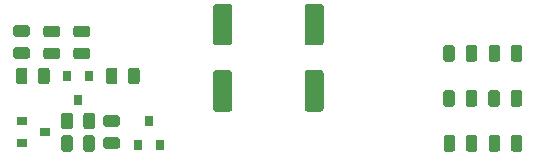
<source format=gtp>
%TF.GenerationSoftware,KiCad,Pcbnew,5.1.5+dfsg1-2build2*%
%TF.CreationDate,2021-11-27T13:08:24+01:00*%
%TF.ProjectId,rpi-han-interface,7270692d-6861-46e2-9d69-6e7465726661,rev?*%
%TF.SameCoordinates,Original*%
%TF.FileFunction,Paste,Top*%
%TF.FilePolarity,Positive*%
%FSLAX46Y46*%
G04 Gerber Fmt 4.6, Leading zero omitted, Abs format (unit mm)*
G04 Created by KiCad (PCBNEW 5.1.5+dfsg1-2build2) date 2021-11-27 13:08:24*
%MOMM*%
%LPD*%
G04 APERTURE LIST*
%ADD10C,0.100000*%
%ADD11R,0.900000X0.800000*%
%ADD12R,0.800000X0.900000*%
G04 APERTURE END LIST*
D10*
G36*
X156784504Y-101871204D02*
G01*
X156808773Y-101874804D01*
X156832571Y-101880765D01*
X156855671Y-101889030D01*
X156877849Y-101899520D01*
X156898893Y-101912133D01*
X156918598Y-101926747D01*
X156936777Y-101943223D01*
X156953253Y-101961402D01*
X156967867Y-101981107D01*
X156980480Y-102002151D01*
X156990970Y-102024329D01*
X156999235Y-102047429D01*
X157005196Y-102071227D01*
X157008796Y-102095496D01*
X157010000Y-102120000D01*
X157010000Y-105120000D01*
X157008796Y-105144504D01*
X157005196Y-105168773D01*
X156999235Y-105192571D01*
X156990970Y-105215671D01*
X156980480Y-105237849D01*
X156967867Y-105258893D01*
X156953253Y-105278598D01*
X156936777Y-105296777D01*
X156918598Y-105313253D01*
X156898893Y-105327867D01*
X156877849Y-105340480D01*
X156855671Y-105350970D01*
X156832571Y-105359235D01*
X156808773Y-105365196D01*
X156784504Y-105368796D01*
X156760000Y-105370000D01*
X155660000Y-105370000D01*
X155635496Y-105368796D01*
X155611227Y-105365196D01*
X155587429Y-105359235D01*
X155564329Y-105350970D01*
X155542151Y-105340480D01*
X155521107Y-105327867D01*
X155501402Y-105313253D01*
X155483223Y-105296777D01*
X155466747Y-105278598D01*
X155452133Y-105258893D01*
X155439520Y-105237849D01*
X155429030Y-105215671D01*
X155420765Y-105192571D01*
X155414804Y-105168773D01*
X155411204Y-105144504D01*
X155410000Y-105120000D01*
X155410000Y-102120000D01*
X155411204Y-102095496D01*
X155414804Y-102071227D01*
X155420765Y-102047429D01*
X155429030Y-102024329D01*
X155439520Y-102002151D01*
X155452133Y-101981107D01*
X155466747Y-101961402D01*
X155483223Y-101943223D01*
X155501402Y-101926747D01*
X155521107Y-101912133D01*
X155542151Y-101899520D01*
X155564329Y-101889030D01*
X155587429Y-101880765D01*
X155611227Y-101874804D01*
X155635496Y-101871204D01*
X155660000Y-101870000D01*
X156760000Y-101870000D01*
X156784504Y-101871204D01*
G37*
G36*
X156784504Y-107471204D02*
G01*
X156808773Y-107474804D01*
X156832571Y-107480765D01*
X156855671Y-107489030D01*
X156877849Y-107499520D01*
X156898893Y-107512133D01*
X156918598Y-107526747D01*
X156936777Y-107543223D01*
X156953253Y-107561402D01*
X156967867Y-107581107D01*
X156980480Y-107602151D01*
X156990970Y-107624329D01*
X156999235Y-107647429D01*
X157005196Y-107671227D01*
X157008796Y-107695496D01*
X157010000Y-107720000D01*
X157010000Y-110720000D01*
X157008796Y-110744504D01*
X157005196Y-110768773D01*
X156999235Y-110792571D01*
X156990970Y-110815671D01*
X156980480Y-110837849D01*
X156967867Y-110858893D01*
X156953253Y-110878598D01*
X156936777Y-110896777D01*
X156918598Y-110913253D01*
X156898893Y-110927867D01*
X156877849Y-110940480D01*
X156855671Y-110950970D01*
X156832571Y-110959235D01*
X156808773Y-110965196D01*
X156784504Y-110968796D01*
X156760000Y-110970000D01*
X155660000Y-110970000D01*
X155635496Y-110968796D01*
X155611227Y-110965196D01*
X155587429Y-110959235D01*
X155564329Y-110950970D01*
X155542151Y-110940480D01*
X155521107Y-110927867D01*
X155501402Y-110913253D01*
X155483223Y-110896777D01*
X155466747Y-110878598D01*
X155452133Y-110858893D01*
X155439520Y-110837849D01*
X155429030Y-110815671D01*
X155420765Y-110792571D01*
X155414804Y-110768773D01*
X155411204Y-110744504D01*
X155410000Y-110720000D01*
X155410000Y-107720000D01*
X155411204Y-107695496D01*
X155414804Y-107671227D01*
X155420765Y-107647429D01*
X155429030Y-107624329D01*
X155439520Y-107602151D01*
X155452133Y-107581107D01*
X155466747Y-107561402D01*
X155483223Y-107543223D01*
X155501402Y-107526747D01*
X155521107Y-107512133D01*
X155542151Y-107499520D01*
X155564329Y-107489030D01*
X155587429Y-107480765D01*
X155611227Y-107474804D01*
X155635496Y-107471204D01*
X155660000Y-107470000D01*
X156760000Y-107470000D01*
X156784504Y-107471204D01*
G37*
G36*
X149037504Y-101871204D02*
G01*
X149061773Y-101874804D01*
X149085571Y-101880765D01*
X149108671Y-101889030D01*
X149130849Y-101899520D01*
X149151893Y-101912133D01*
X149171598Y-101926747D01*
X149189777Y-101943223D01*
X149206253Y-101961402D01*
X149220867Y-101981107D01*
X149233480Y-102002151D01*
X149243970Y-102024329D01*
X149252235Y-102047429D01*
X149258196Y-102071227D01*
X149261796Y-102095496D01*
X149263000Y-102120000D01*
X149263000Y-105120000D01*
X149261796Y-105144504D01*
X149258196Y-105168773D01*
X149252235Y-105192571D01*
X149243970Y-105215671D01*
X149233480Y-105237849D01*
X149220867Y-105258893D01*
X149206253Y-105278598D01*
X149189777Y-105296777D01*
X149171598Y-105313253D01*
X149151893Y-105327867D01*
X149130849Y-105340480D01*
X149108671Y-105350970D01*
X149085571Y-105359235D01*
X149061773Y-105365196D01*
X149037504Y-105368796D01*
X149013000Y-105370000D01*
X147913000Y-105370000D01*
X147888496Y-105368796D01*
X147864227Y-105365196D01*
X147840429Y-105359235D01*
X147817329Y-105350970D01*
X147795151Y-105340480D01*
X147774107Y-105327867D01*
X147754402Y-105313253D01*
X147736223Y-105296777D01*
X147719747Y-105278598D01*
X147705133Y-105258893D01*
X147692520Y-105237849D01*
X147682030Y-105215671D01*
X147673765Y-105192571D01*
X147667804Y-105168773D01*
X147664204Y-105144504D01*
X147663000Y-105120000D01*
X147663000Y-102120000D01*
X147664204Y-102095496D01*
X147667804Y-102071227D01*
X147673765Y-102047429D01*
X147682030Y-102024329D01*
X147692520Y-102002151D01*
X147705133Y-101981107D01*
X147719747Y-101961402D01*
X147736223Y-101943223D01*
X147754402Y-101926747D01*
X147774107Y-101912133D01*
X147795151Y-101899520D01*
X147817329Y-101889030D01*
X147840429Y-101880765D01*
X147864227Y-101874804D01*
X147888496Y-101871204D01*
X147913000Y-101870000D01*
X149013000Y-101870000D01*
X149037504Y-101871204D01*
G37*
G36*
X149037504Y-107471204D02*
G01*
X149061773Y-107474804D01*
X149085571Y-107480765D01*
X149108671Y-107489030D01*
X149130849Y-107499520D01*
X149151893Y-107512133D01*
X149171598Y-107526747D01*
X149189777Y-107543223D01*
X149206253Y-107561402D01*
X149220867Y-107581107D01*
X149233480Y-107602151D01*
X149243970Y-107624329D01*
X149252235Y-107647429D01*
X149258196Y-107671227D01*
X149261796Y-107695496D01*
X149263000Y-107720000D01*
X149263000Y-110720000D01*
X149261796Y-110744504D01*
X149258196Y-110768773D01*
X149252235Y-110792571D01*
X149243970Y-110815671D01*
X149233480Y-110837849D01*
X149220867Y-110858893D01*
X149206253Y-110878598D01*
X149189777Y-110896777D01*
X149171598Y-110913253D01*
X149151893Y-110927867D01*
X149130849Y-110940480D01*
X149108671Y-110950970D01*
X149085571Y-110959235D01*
X149061773Y-110965196D01*
X149037504Y-110968796D01*
X149013000Y-110970000D01*
X147913000Y-110970000D01*
X147888496Y-110968796D01*
X147864227Y-110965196D01*
X147840429Y-110959235D01*
X147817329Y-110950970D01*
X147795151Y-110940480D01*
X147774107Y-110927867D01*
X147754402Y-110913253D01*
X147736223Y-110896777D01*
X147719747Y-110878598D01*
X147705133Y-110858893D01*
X147692520Y-110837849D01*
X147682030Y-110815671D01*
X147673765Y-110792571D01*
X147667804Y-110768773D01*
X147664204Y-110744504D01*
X147663000Y-110720000D01*
X147663000Y-107720000D01*
X147664204Y-107695496D01*
X147667804Y-107671227D01*
X147673765Y-107647429D01*
X147682030Y-107624329D01*
X147692520Y-107602151D01*
X147705133Y-107581107D01*
X147719747Y-107561402D01*
X147736223Y-107543223D01*
X147754402Y-107526747D01*
X147774107Y-107512133D01*
X147795151Y-107499520D01*
X147817329Y-107489030D01*
X147840429Y-107480765D01*
X147864227Y-107474804D01*
X147888496Y-107471204D01*
X147913000Y-107470000D01*
X149013000Y-107470000D01*
X149037504Y-107471204D01*
G37*
G36*
X137005142Y-103683674D02*
G01*
X137028803Y-103687184D01*
X137052007Y-103692996D01*
X137074529Y-103701054D01*
X137096153Y-103711282D01*
X137116670Y-103723579D01*
X137135883Y-103737829D01*
X137153607Y-103753893D01*
X137169671Y-103771617D01*
X137183921Y-103790830D01*
X137196218Y-103811347D01*
X137206446Y-103832971D01*
X137214504Y-103855493D01*
X137220316Y-103878697D01*
X137223826Y-103902358D01*
X137225000Y-103926250D01*
X137225000Y-104413750D01*
X137223826Y-104437642D01*
X137220316Y-104461303D01*
X137214504Y-104484507D01*
X137206446Y-104507029D01*
X137196218Y-104528653D01*
X137183921Y-104549170D01*
X137169671Y-104568383D01*
X137153607Y-104586107D01*
X137135883Y-104602171D01*
X137116670Y-104616421D01*
X137096153Y-104628718D01*
X137074529Y-104638946D01*
X137052007Y-104647004D01*
X137028803Y-104652816D01*
X137005142Y-104656326D01*
X136981250Y-104657500D01*
X136068750Y-104657500D01*
X136044858Y-104656326D01*
X136021197Y-104652816D01*
X135997993Y-104647004D01*
X135975471Y-104638946D01*
X135953847Y-104628718D01*
X135933330Y-104616421D01*
X135914117Y-104602171D01*
X135896393Y-104586107D01*
X135880329Y-104568383D01*
X135866079Y-104549170D01*
X135853782Y-104528653D01*
X135843554Y-104507029D01*
X135835496Y-104484507D01*
X135829684Y-104461303D01*
X135826174Y-104437642D01*
X135825000Y-104413750D01*
X135825000Y-103926250D01*
X135826174Y-103902358D01*
X135829684Y-103878697D01*
X135835496Y-103855493D01*
X135843554Y-103832971D01*
X135853782Y-103811347D01*
X135866079Y-103790830D01*
X135880329Y-103771617D01*
X135896393Y-103753893D01*
X135914117Y-103737829D01*
X135933330Y-103723579D01*
X135953847Y-103711282D01*
X135975471Y-103701054D01*
X135997993Y-103692996D01*
X136021197Y-103687184D01*
X136044858Y-103683674D01*
X136068750Y-103682500D01*
X136981250Y-103682500D01*
X137005142Y-103683674D01*
G37*
G36*
X137005142Y-105558674D02*
G01*
X137028803Y-105562184D01*
X137052007Y-105567996D01*
X137074529Y-105576054D01*
X137096153Y-105586282D01*
X137116670Y-105598579D01*
X137135883Y-105612829D01*
X137153607Y-105628893D01*
X137169671Y-105646617D01*
X137183921Y-105665830D01*
X137196218Y-105686347D01*
X137206446Y-105707971D01*
X137214504Y-105730493D01*
X137220316Y-105753697D01*
X137223826Y-105777358D01*
X137225000Y-105801250D01*
X137225000Y-106288750D01*
X137223826Y-106312642D01*
X137220316Y-106336303D01*
X137214504Y-106359507D01*
X137206446Y-106382029D01*
X137196218Y-106403653D01*
X137183921Y-106424170D01*
X137169671Y-106443383D01*
X137153607Y-106461107D01*
X137135883Y-106477171D01*
X137116670Y-106491421D01*
X137096153Y-106503718D01*
X137074529Y-106513946D01*
X137052007Y-106522004D01*
X137028803Y-106527816D01*
X137005142Y-106531326D01*
X136981250Y-106532500D01*
X136068750Y-106532500D01*
X136044858Y-106531326D01*
X136021197Y-106527816D01*
X135997993Y-106522004D01*
X135975471Y-106513946D01*
X135953847Y-106503718D01*
X135933330Y-106491421D01*
X135914117Y-106477171D01*
X135896393Y-106461107D01*
X135880329Y-106443383D01*
X135866079Y-106424170D01*
X135853782Y-106403653D01*
X135843554Y-106382029D01*
X135835496Y-106359507D01*
X135829684Y-106336303D01*
X135826174Y-106312642D01*
X135825000Y-106288750D01*
X135825000Y-105801250D01*
X135826174Y-105777358D01*
X135829684Y-105753697D01*
X135835496Y-105730493D01*
X135843554Y-105707971D01*
X135853782Y-105686347D01*
X135866079Y-105665830D01*
X135880329Y-105646617D01*
X135896393Y-105628893D01*
X135914117Y-105612829D01*
X135933330Y-105598579D01*
X135953847Y-105586282D01*
X135975471Y-105576054D01*
X135997993Y-105567996D01*
X136021197Y-105562184D01*
X136044858Y-105558674D01*
X136068750Y-105557500D01*
X136981250Y-105557500D01*
X137005142Y-105558674D01*
G37*
G36*
X131925142Y-105528674D02*
G01*
X131948803Y-105532184D01*
X131972007Y-105537996D01*
X131994529Y-105546054D01*
X132016153Y-105556282D01*
X132036670Y-105568579D01*
X132055883Y-105582829D01*
X132073607Y-105598893D01*
X132089671Y-105616617D01*
X132103921Y-105635830D01*
X132116218Y-105656347D01*
X132126446Y-105677971D01*
X132134504Y-105700493D01*
X132140316Y-105723697D01*
X132143826Y-105747358D01*
X132145000Y-105771250D01*
X132145000Y-106258750D01*
X132143826Y-106282642D01*
X132140316Y-106306303D01*
X132134504Y-106329507D01*
X132126446Y-106352029D01*
X132116218Y-106373653D01*
X132103921Y-106394170D01*
X132089671Y-106413383D01*
X132073607Y-106431107D01*
X132055883Y-106447171D01*
X132036670Y-106461421D01*
X132016153Y-106473718D01*
X131994529Y-106483946D01*
X131972007Y-106492004D01*
X131948803Y-106497816D01*
X131925142Y-106501326D01*
X131901250Y-106502500D01*
X130988750Y-106502500D01*
X130964858Y-106501326D01*
X130941197Y-106497816D01*
X130917993Y-106492004D01*
X130895471Y-106483946D01*
X130873847Y-106473718D01*
X130853330Y-106461421D01*
X130834117Y-106447171D01*
X130816393Y-106431107D01*
X130800329Y-106413383D01*
X130786079Y-106394170D01*
X130773782Y-106373653D01*
X130763554Y-106352029D01*
X130755496Y-106329507D01*
X130749684Y-106306303D01*
X130746174Y-106282642D01*
X130745000Y-106258750D01*
X130745000Y-105771250D01*
X130746174Y-105747358D01*
X130749684Y-105723697D01*
X130755496Y-105700493D01*
X130763554Y-105677971D01*
X130773782Y-105656347D01*
X130786079Y-105635830D01*
X130800329Y-105616617D01*
X130816393Y-105598893D01*
X130834117Y-105582829D01*
X130853330Y-105568579D01*
X130873847Y-105556282D01*
X130895471Y-105546054D01*
X130917993Y-105537996D01*
X130941197Y-105532184D01*
X130964858Y-105528674D01*
X130988750Y-105527500D01*
X131901250Y-105527500D01*
X131925142Y-105528674D01*
G37*
G36*
X131925142Y-103653674D02*
G01*
X131948803Y-103657184D01*
X131972007Y-103662996D01*
X131994529Y-103671054D01*
X132016153Y-103681282D01*
X132036670Y-103693579D01*
X132055883Y-103707829D01*
X132073607Y-103723893D01*
X132089671Y-103741617D01*
X132103921Y-103760830D01*
X132116218Y-103781347D01*
X132126446Y-103802971D01*
X132134504Y-103825493D01*
X132140316Y-103848697D01*
X132143826Y-103872358D01*
X132145000Y-103896250D01*
X132145000Y-104383750D01*
X132143826Y-104407642D01*
X132140316Y-104431303D01*
X132134504Y-104454507D01*
X132126446Y-104477029D01*
X132116218Y-104498653D01*
X132103921Y-104519170D01*
X132089671Y-104538383D01*
X132073607Y-104556107D01*
X132055883Y-104572171D01*
X132036670Y-104586421D01*
X132016153Y-104598718D01*
X131994529Y-104608946D01*
X131972007Y-104617004D01*
X131948803Y-104622816D01*
X131925142Y-104626326D01*
X131901250Y-104627500D01*
X130988750Y-104627500D01*
X130964858Y-104626326D01*
X130941197Y-104622816D01*
X130917993Y-104617004D01*
X130895471Y-104608946D01*
X130873847Y-104598718D01*
X130853330Y-104586421D01*
X130834117Y-104572171D01*
X130816393Y-104556107D01*
X130800329Y-104538383D01*
X130786079Y-104519170D01*
X130773782Y-104498653D01*
X130763554Y-104477029D01*
X130755496Y-104454507D01*
X130749684Y-104431303D01*
X130746174Y-104407642D01*
X130745000Y-104383750D01*
X130745000Y-103896250D01*
X130746174Y-103872358D01*
X130749684Y-103848697D01*
X130755496Y-103825493D01*
X130763554Y-103802971D01*
X130773782Y-103781347D01*
X130786079Y-103760830D01*
X130800329Y-103741617D01*
X130816393Y-103723893D01*
X130834117Y-103707829D01*
X130853330Y-103693579D01*
X130873847Y-103681282D01*
X130895471Y-103671054D01*
X130917993Y-103662996D01*
X130941197Y-103657184D01*
X130964858Y-103653674D01*
X130988750Y-103652500D01*
X131901250Y-103652500D01*
X131925142Y-103653674D01*
G37*
G36*
X173592642Y-109156174D02*
G01*
X173616303Y-109159684D01*
X173639507Y-109165496D01*
X173662029Y-109173554D01*
X173683653Y-109183782D01*
X173704170Y-109196079D01*
X173723383Y-109210329D01*
X173741107Y-109226393D01*
X173757171Y-109244117D01*
X173771421Y-109263330D01*
X173783718Y-109283847D01*
X173793946Y-109305471D01*
X173802004Y-109327993D01*
X173807816Y-109351197D01*
X173811326Y-109374858D01*
X173812500Y-109398750D01*
X173812500Y-110311250D01*
X173811326Y-110335142D01*
X173807816Y-110358803D01*
X173802004Y-110382007D01*
X173793946Y-110404529D01*
X173783718Y-110426153D01*
X173771421Y-110446670D01*
X173757171Y-110465883D01*
X173741107Y-110483607D01*
X173723383Y-110499671D01*
X173704170Y-110513921D01*
X173683653Y-110526218D01*
X173662029Y-110536446D01*
X173639507Y-110544504D01*
X173616303Y-110550316D01*
X173592642Y-110553826D01*
X173568750Y-110555000D01*
X173081250Y-110555000D01*
X173057358Y-110553826D01*
X173033697Y-110550316D01*
X173010493Y-110544504D01*
X172987971Y-110536446D01*
X172966347Y-110526218D01*
X172945830Y-110513921D01*
X172926617Y-110499671D01*
X172908893Y-110483607D01*
X172892829Y-110465883D01*
X172878579Y-110446670D01*
X172866282Y-110426153D01*
X172856054Y-110404529D01*
X172847996Y-110382007D01*
X172842184Y-110358803D01*
X172838674Y-110335142D01*
X172837500Y-110311250D01*
X172837500Y-109398750D01*
X172838674Y-109374858D01*
X172842184Y-109351197D01*
X172847996Y-109327993D01*
X172856054Y-109305471D01*
X172866282Y-109283847D01*
X172878579Y-109263330D01*
X172892829Y-109244117D01*
X172908893Y-109226393D01*
X172926617Y-109210329D01*
X172945830Y-109196079D01*
X172966347Y-109183782D01*
X172987971Y-109173554D01*
X173010493Y-109165496D01*
X173033697Y-109159684D01*
X173057358Y-109156174D01*
X173081250Y-109155000D01*
X173568750Y-109155000D01*
X173592642Y-109156174D01*
G37*
G36*
X171717642Y-109156174D02*
G01*
X171741303Y-109159684D01*
X171764507Y-109165496D01*
X171787029Y-109173554D01*
X171808653Y-109183782D01*
X171829170Y-109196079D01*
X171848383Y-109210329D01*
X171866107Y-109226393D01*
X171882171Y-109244117D01*
X171896421Y-109263330D01*
X171908718Y-109283847D01*
X171918946Y-109305471D01*
X171927004Y-109327993D01*
X171932816Y-109351197D01*
X171936326Y-109374858D01*
X171937500Y-109398750D01*
X171937500Y-110311250D01*
X171936326Y-110335142D01*
X171932816Y-110358803D01*
X171927004Y-110382007D01*
X171918946Y-110404529D01*
X171908718Y-110426153D01*
X171896421Y-110446670D01*
X171882171Y-110465883D01*
X171866107Y-110483607D01*
X171848383Y-110499671D01*
X171829170Y-110513921D01*
X171808653Y-110526218D01*
X171787029Y-110536446D01*
X171764507Y-110544504D01*
X171741303Y-110550316D01*
X171717642Y-110553826D01*
X171693750Y-110555000D01*
X171206250Y-110555000D01*
X171182358Y-110553826D01*
X171158697Y-110550316D01*
X171135493Y-110544504D01*
X171112971Y-110536446D01*
X171091347Y-110526218D01*
X171070830Y-110513921D01*
X171051617Y-110499671D01*
X171033893Y-110483607D01*
X171017829Y-110465883D01*
X171003579Y-110446670D01*
X170991282Y-110426153D01*
X170981054Y-110404529D01*
X170972996Y-110382007D01*
X170967184Y-110358803D01*
X170963674Y-110335142D01*
X170962500Y-110311250D01*
X170962500Y-109398750D01*
X170963674Y-109374858D01*
X170967184Y-109351197D01*
X170972996Y-109327993D01*
X170981054Y-109305471D01*
X170991282Y-109283847D01*
X171003579Y-109263330D01*
X171017829Y-109244117D01*
X171033893Y-109226393D01*
X171051617Y-109210329D01*
X171070830Y-109196079D01*
X171091347Y-109183782D01*
X171112971Y-109173554D01*
X171135493Y-109165496D01*
X171158697Y-109159684D01*
X171182358Y-109156174D01*
X171206250Y-109155000D01*
X171693750Y-109155000D01*
X171717642Y-109156174D01*
G37*
G36*
X134465142Y-103683674D02*
G01*
X134488803Y-103687184D01*
X134512007Y-103692996D01*
X134534529Y-103701054D01*
X134556153Y-103711282D01*
X134576670Y-103723579D01*
X134595883Y-103737829D01*
X134613607Y-103753893D01*
X134629671Y-103771617D01*
X134643921Y-103790830D01*
X134656218Y-103811347D01*
X134666446Y-103832971D01*
X134674504Y-103855493D01*
X134680316Y-103878697D01*
X134683826Y-103902358D01*
X134685000Y-103926250D01*
X134685000Y-104413750D01*
X134683826Y-104437642D01*
X134680316Y-104461303D01*
X134674504Y-104484507D01*
X134666446Y-104507029D01*
X134656218Y-104528653D01*
X134643921Y-104549170D01*
X134629671Y-104568383D01*
X134613607Y-104586107D01*
X134595883Y-104602171D01*
X134576670Y-104616421D01*
X134556153Y-104628718D01*
X134534529Y-104638946D01*
X134512007Y-104647004D01*
X134488803Y-104652816D01*
X134465142Y-104656326D01*
X134441250Y-104657500D01*
X133528750Y-104657500D01*
X133504858Y-104656326D01*
X133481197Y-104652816D01*
X133457993Y-104647004D01*
X133435471Y-104638946D01*
X133413847Y-104628718D01*
X133393330Y-104616421D01*
X133374117Y-104602171D01*
X133356393Y-104586107D01*
X133340329Y-104568383D01*
X133326079Y-104549170D01*
X133313782Y-104528653D01*
X133303554Y-104507029D01*
X133295496Y-104484507D01*
X133289684Y-104461303D01*
X133286174Y-104437642D01*
X133285000Y-104413750D01*
X133285000Y-103926250D01*
X133286174Y-103902358D01*
X133289684Y-103878697D01*
X133295496Y-103855493D01*
X133303554Y-103832971D01*
X133313782Y-103811347D01*
X133326079Y-103790830D01*
X133340329Y-103771617D01*
X133356393Y-103753893D01*
X133374117Y-103737829D01*
X133393330Y-103723579D01*
X133413847Y-103711282D01*
X133435471Y-103701054D01*
X133457993Y-103692996D01*
X133481197Y-103687184D01*
X133504858Y-103683674D01*
X133528750Y-103682500D01*
X134441250Y-103682500D01*
X134465142Y-103683674D01*
G37*
G36*
X134465142Y-105558674D02*
G01*
X134488803Y-105562184D01*
X134512007Y-105567996D01*
X134534529Y-105576054D01*
X134556153Y-105586282D01*
X134576670Y-105598579D01*
X134595883Y-105612829D01*
X134613607Y-105628893D01*
X134629671Y-105646617D01*
X134643921Y-105665830D01*
X134656218Y-105686347D01*
X134666446Y-105707971D01*
X134674504Y-105730493D01*
X134680316Y-105753697D01*
X134683826Y-105777358D01*
X134685000Y-105801250D01*
X134685000Y-106288750D01*
X134683826Y-106312642D01*
X134680316Y-106336303D01*
X134674504Y-106359507D01*
X134666446Y-106382029D01*
X134656218Y-106403653D01*
X134643921Y-106424170D01*
X134629671Y-106443383D01*
X134613607Y-106461107D01*
X134595883Y-106477171D01*
X134576670Y-106491421D01*
X134556153Y-106503718D01*
X134534529Y-106513946D01*
X134512007Y-106522004D01*
X134488803Y-106527816D01*
X134465142Y-106531326D01*
X134441250Y-106532500D01*
X133528750Y-106532500D01*
X133504858Y-106531326D01*
X133481197Y-106527816D01*
X133457993Y-106522004D01*
X133435471Y-106513946D01*
X133413847Y-106503718D01*
X133393330Y-106491421D01*
X133374117Y-106477171D01*
X133356393Y-106461107D01*
X133340329Y-106443383D01*
X133326079Y-106424170D01*
X133313782Y-106403653D01*
X133303554Y-106382029D01*
X133295496Y-106359507D01*
X133289684Y-106336303D01*
X133286174Y-106312642D01*
X133285000Y-106288750D01*
X133285000Y-105801250D01*
X133286174Y-105777358D01*
X133289684Y-105753697D01*
X133295496Y-105730493D01*
X133303554Y-105707971D01*
X133313782Y-105686347D01*
X133326079Y-105665830D01*
X133340329Y-105646617D01*
X133356393Y-105628893D01*
X133374117Y-105612829D01*
X133393330Y-105598579D01*
X133413847Y-105586282D01*
X133435471Y-105576054D01*
X133457993Y-105567996D01*
X133481197Y-105562184D01*
X133504858Y-105558674D01*
X133528750Y-105557500D01*
X134441250Y-105557500D01*
X134465142Y-105558674D01*
G37*
D11*
X131445000Y-111760000D03*
X131445000Y-113660000D03*
X133445000Y-112710000D03*
D12*
X136205000Y-109950000D03*
X135255000Y-107950000D03*
X137155000Y-107950000D03*
D10*
G36*
X135552642Y-112966174D02*
G01*
X135576303Y-112969684D01*
X135599507Y-112975496D01*
X135622029Y-112983554D01*
X135643653Y-112993782D01*
X135664170Y-113006079D01*
X135683383Y-113020329D01*
X135701107Y-113036393D01*
X135717171Y-113054117D01*
X135731421Y-113073330D01*
X135743718Y-113093847D01*
X135753946Y-113115471D01*
X135762004Y-113137993D01*
X135767816Y-113161197D01*
X135771326Y-113184858D01*
X135772500Y-113208750D01*
X135772500Y-114121250D01*
X135771326Y-114145142D01*
X135767816Y-114168803D01*
X135762004Y-114192007D01*
X135753946Y-114214529D01*
X135743718Y-114236153D01*
X135731421Y-114256670D01*
X135717171Y-114275883D01*
X135701107Y-114293607D01*
X135683383Y-114309671D01*
X135664170Y-114323921D01*
X135643653Y-114336218D01*
X135622029Y-114346446D01*
X135599507Y-114354504D01*
X135576303Y-114360316D01*
X135552642Y-114363826D01*
X135528750Y-114365000D01*
X135041250Y-114365000D01*
X135017358Y-114363826D01*
X134993697Y-114360316D01*
X134970493Y-114354504D01*
X134947971Y-114346446D01*
X134926347Y-114336218D01*
X134905830Y-114323921D01*
X134886617Y-114309671D01*
X134868893Y-114293607D01*
X134852829Y-114275883D01*
X134838579Y-114256670D01*
X134826282Y-114236153D01*
X134816054Y-114214529D01*
X134807996Y-114192007D01*
X134802184Y-114168803D01*
X134798674Y-114145142D01*
X134797500Y-114121250D01*
X134797500Y-113208750D01*
X134798674Y-113184858D01*
X134802184Y-113161197D01*
X134807996Y-113137993D01*
X134816054Y-113115471D01*
X134826282Y-113093847D01*
X134838579Y-113073330D01*
X134852829Y-113054117D01*
X134868893Y-113036393D01*
X134886617Y-113020329D01*
X134905830Y-113006079D01*
X134926347Y-112993782D01*
X134947971Y-112983554D01*
X134970493Y-112975496D01*
X134993697Y-112969684D01*
X135017358Y-112966174D01*
X135041250Y-112965000D01*
X135528750Y-112965000D01*
X135552642Y-112966174D01*
G37*
G36*
X137427642Y-112966174D02*
G01*
X137451303Y-112969684D01*
X137474507Y-112975496D01*
X137497029Y-112983554D01*
X137518653Y-112993782D01*
X137539170Y-113006079D01*
X137558383Y-113020329D01*
X137576107Y-113036393D01*
X137592171Y-113054117D01*
X137606421Y-113073330D01*
X137618718Y-113093847D01*
X137628946Y-113115471D01*
X137637004Y-113137993D01*
X137642816Y-113161197D01*
X137646326Y-113184858D01*
X137647500Y-113208750D01*
X137647500Y-114121250D01*
X137646326Y-114145142D01*
X137642816Y-114168803D01*
X137637004Y-114192007D01*
X137628946Y-114214529D01*
X137618718Y-114236153D01*
X137606421Y-114256670D01*
X137592171Y-114275883D01*
X137576107Y-114293607D01*
X137558383Y-114309671D01*
X137539170Y-114323921D01*
X137518653Y-114336218D01*
X137497029Y-114346446D01*
X137474507Y-114354504D01*
X137451303Y-114360316D01*
X137427642Y-114363826D01*
X137403750Y-114365000D01*
X136916250Y-114365000D01*
X136892358Y-114363826D01*
X136868697Y-114360316D01*
X136845493Y-114354504D01*
X136822971Y-114346446D01*
X136801347Y-114336218D01*
X136780830Y-114323921D01*
X136761617Y-114309671D01*
X136743893Y-114293607D01*
X136727829Y-114275883D01*
X136713579Y-114256670D01*
X136701282Y-114236153D01*
X136691054Y-114214529D01*
X136682996Y-114192007D01*
X136677184Y-114168803D01*
X136673674Y-114145142D01*
X136672500Y-114121250D01*
X136672500Y-113208750D01*
X136673674Y-113184858D01*
X136677184Y-113161197D01*
X136682996Y-113137993D01*
X136691054Y-113115471D01*
X136701282Y-113093847D01*
X136713579Y-113073330D01*
X136727829Y-113054117D01*
X136743893Y-113036393D01*
X136761617Y-113020329D01*
X136780830Y-113006079D01*
X136801347Y-112993782D01*
X136822971Y-112983554D01*
X136845493Y-112975496D01*
X136868697Y-112969684D01*
X136892358Y-112966174D01*
X136916250Y-112965000D01*
X137403750Y-112965000D01*
X137427642Y-112966174D01*
G37*
G36*
X139332642Y-107251174D02*
G01*
X139356303Y-107254684D01*
X139379507Y-107260496D01*
X139402029Y-107268554D01*
X139423653Y-107278782D01*
X139444170Y-107291079D01*
X139463383Y-107305329D01*
X139481107Y-107321393D01*
X139497171Y-107339117D01*
X139511421Y-107358330D01*
X139523718Y-107378847D01*
X139533946Y-107400471D01*
X139542004Y-107422993D01*
X139547816Y-107446197D01*
X139551326Y-107469858D01*
X139552500Y-107493750D01*
X139552500Y-108406250D01*
X139551326Y-108430142D01*
X139547816Y-108453803D01*
X139542004Y-108477007D01*
X139533946Y-108499529D01*
X139523718Y-108521153D01*
X139511421Y-108541670D01*
X139497171Y-108560883D01*
X139481107Y-108578607D01*
X139463383Y-108594671D01*
X139444170Y-108608921D01*
X139423653Y-108621218D01*
X139402029Y-108631446D01*
X139379507Y-108639504D01*
X139356303Y-108645316D01*
X139332642Y-108648826D01*
X139308750Y-108650000D01*
X138821250Y-108650000D01*
X138797358Y-108648826D01*
X138773697Y-108645316D01*
X138750493Y-108639504D01*
X138727971Y-108631446D01*
X138706347Y-108621218D01*
X138685830Y-108608921D01*
X138666617Y-108594671D01*
X138648893Y-108578607D01*
X138632829Y-108560883D01*
X138618579Y-108541670D01*
X138606282Y-108521153D01*
X138596054Y-108499529D01*
X138587996Y-108477007D01*
X138582184Y-108453803D01*
X138578674Y-108430142D01*
X138577500Y-108406250D01*
X138577500Y-107493750D01*
X138578674Y-107469858D01*
X138582184Y-107446197D01*
X138587996Y-107422993D01*
X138596054Y-107400471D01*
X138606282Y-107378847D01*
X138618579Y-107358330D01*
X138632829Y-107339117D01*
X138648893Y-107321393D01*
X138666617Y-107305329D01*
X138685830Y-107291079D01*
X138706347Y-107278782D01*
X138727971Y-107268554D01*
X138750493Y-107260496D01*
X138773697Y-107254684D01*
X138797358Y-107251174D01*
X138821250Y-107250000D01*
X139308750Y-107250000D01*
X139332642Y-107251174D01*
G37*
G36*
X141207642Y-107251174D02*
G01*
X141231303Y-107254684D01*
X141254507Y-107260496D01*
X141277029Y-107268554D01*
X141298653Y-107278782D01*
X141319170Y-107291079D01*
X141338383Y-107305329D01*
X141356107Y-107321393D01*
X141372171Y-107339117D01*
X141386421Y-107358330D01*
X141398718Y-107378847D01*
X141408946Y-107400471D01*
X141417004Y-107422993D01*
X141422816Y-107446197D01*
X141426326Y-107469858D01*
X141427500Y-107493750D01*
X141427500Y-108406250D01*
X141426326Y-108430142D01*
X141422816Y-108453803D01*
X141417004Y-108477007D01*
X141408946Y-108499529D01*
X141398718Y-108521153D01*
X141386421Y-108541670D01*
X141372171Y-108560883D01*
X141356107Y-108578607D01*
X141338383Y-108594671D01*
X141319170Y-108608921D01*
X141298653Y-108621218D01*
X141277029Y-108631446D01*
X141254507Y-108639504D01*
X141231303Y-108645316D01*
X141207642Y-108648826D01*
X141183750Y-108650000D01*
X140696250Y-108650000D01*
X140672358Y-108648826D01*
X140648697Y-108645316D01*
X140625493Y-108639504D01*
X140602971Y-108631446D01*
X140581347Y-108621218D01*
X140560830Y-108608921D01*
X140541617Y-108594671D01*
X140523893Y-108578607D01*
X140507829Y-108560883D01*
X140493579Y-108541670D01*
X140481282Y-108521153D01*
X140471054Y-108499529D01*
X140462996Y-108477007D01*
X140457184Y-108453803D01*
X140453674Y-108430142D01*
X140452500Y-108406250D01*
X140452500Y-107493750D01*
X140453674Y-107469858D01*
X140457184Y-107446197D01*
X140462996Y-107422993D01*
X140471054Y-107400471D01*
X140481282Y-107378847D01*
X140493579Y-107358330D01*
X140507829Y-107339117D01*
X140523893Y-107321393D01*
X140541617Y-107305329D01*
X140560830Y-107291079D01*
X140581347Y-107278782D01*
X140602971Y-107268554D01*
X140625493Y-107260496D01*
X140648697Y-107254684D01*
X140672358Y-107251174D01*
X140696250Y-107250000D01*
X141183750Y-107250000D01*
X141207642Y-107251174D01*
G37*
G36*
X137427642Y-111061174D02*
G01*
X137451303Y-111064684D01*
X137474507Y-111070496D01*
X137497029Y-111078554D01*
X137518653Y-111088782D01*
X137539170Y-111101079D01*
X137558383Y-111115329D01*
X137576107Y-111131393D01*
X137592171Y-111149117D01*
X137606421Y-111168330D01*
X137618718Y-111188847D01*
X137628946Y-111210471D01*
X137637004Y-111232993D01*
X137642816Y-111256197D01*
X137646326Y-111279858D01*
X137647500Y-111303750D01*
X137647500Y-112216250D01*
X137646326Y-112240142D01*
X137642816Y-112263803D01*
X137637004Y-112287007D01*
X137628946Y-112309529D01*
X137618718Y-112331153D01*
X137606421Y-112351670D01*
X137592171Y-112370883D01*
X137576107Y-112388607D01*
X137558383Y-112404671D01*
X137539170Y-112418921D01*
X137518653Y-112431218D01*
X137497029Y-112441446D01*
X137474507Y-112449504D01*
X137451303Y-112455316D01*
X137427642Y-112458826D01*
X137403750Y-112460000D01*
X136916250Y-112460000D01*
X136892358Y-112458826D01*
X136868697Y-112455316D01*
X136845493Y-112449504D01*
X136822971Y-112441446D01*
X136801347Y-112431218D01*
X136780830Y-112418921D01*
X136761617Y-112404671D01*
X136743893Y-112388607D01*
X136727829Y-112370883D01*
X136713579Y-112351670D01*
X136701282Y-112331153D01*
X136691054Y-112309529D01*
X136682996Y-112287007D01*
X136677184Y-112263803D01*
X136673674Y-112240142D01*
X136672500Y-112216250D01*
X136672500Y-111303750D01*
X136673674Y-111279858D01*
X136677184Y-111256197D01*
X136682996Y-111232993D01*
X136691054Y-111210471D01*
X136701282Y-111188847D01*
X136713579Y-111168330D01*
X136727829Y-111149117D01*
X136743893Y-111131393D01*
X136761617Y-111115329D01*
X136780830Y-111101079D01*
X136801347Y-111088782D01*
X136822971Y-111078554D01*
X136845493Y-111070496D01*
X136868697Y-111064684D01*
X136892358Y-111061174D01*
X136916250Y-111060000D01*
X137403750Y-111060000D01*
X137427642Y-111061174D01*
G37*
G36*
X135552642Y-111061174D02*
G01*
X135576303Y-111064684D01*
X135599507Y-111070496D01*
X135622029Y-111078554D01*
X135643653Y-111088782D01*
X135664170Y-111101079D01*
X135683383Y-111115329D01*
X135701107Y-111131393D01*
X135717171Y-111149117D01*
X135731421Y-111168330D01*
X135743718Y-111188847D01*
X135753946Y-111210471D01*
X135762004Y-111232993D01*
X135767816Y-111256197D01*
X135771326Y-111279858D01*
X135772500Y-111303750D01*
X135772500Y-112216250D01*
X135771326Y-112240142D01*
X135767816Y-112263803D01*
X135762004Y-112287007D01*
X135753946Y-112309529D01*
X135743718Y-112331153D01*
X135731421Y-112351670D01*
X135717171Y-112370883D01*
X135701107Y-112388607D01*
X135683383Y-112404671D01*
X135664170Y-112418921D01*
X135643653Y-112431218D01*
X135622029Y-112441446D01*
X135599507Y-112449504D01*
X135576303Y-112455316D01*
X135552642Y-112458826D01*
X135528750Y-112460000D01*
X135041250Y-112460000D01*
X135017358Y-112458826D01*
X134993697Y-112455316D01*
X134970493Y-112449504D01*
X134947971Y-112441446D01*
X134926347Y-112431218D01*
X134905830Y-112418921D01*
X134886617Y-112404671D01*
X134868893Y-112388607D01*
X134852829Y-112370883D01*
X134838579Y-112351670D01*
X134826282Y-112331153D01*
X134816054Y-112309529D01*
X134807996Y-112287007D01*
X134802184Y-112263803D01*
X134798674Y-112240142D01*
X134797500Y-112216250D01*
X134797500Y-111303750D01*
X134798674Y-111279858D01*
X134802184Y-111256197D01*
X134807996Y-111232993D01*
X134816054Y-111210471D01*
X134826282Y-111188847D01*
X134838579Y-111168330D01*
X134852829Y-111149117D01*
X134868893Y-111131393D01*
X134886617Y-111115329D01*
X134905830Y-111101079D01*
X134926347Y-111088782D01*
X134947971Y-111078554D01*
X134970493Y-111070496D01*
X134993697Y-111064684D01*
X135017358Y-111061174D01*
X135041250Y-111060000D01*
X135528750Y-111060000D01*
X135552642Y-111061174D01*
G37*
G36*
X167907642Y-109156174D02*
G01*
X167931303Y-109159684D01*
X167954507Y-109165496D01*
X167977029Y-109173554D01*
X167998653Y-109183782D01*
X168019170Y-109196079D01*
X168038383Y-109210329D01*
X168056107Y-109226393D01*
X168072171Y-109244117D01*
X168086421Y-109263330D01*
X168098718Y-109283847D01*
X168108946Y-109305471D01*
X168117004Y-109327993D01*
X168122816Y-109351197D01*
X168126326Y-109374858D01*
X168127500Y-109398750D01*
X168127500Y-110311250D01*
X168126326Y-110335142D01*
X168122816Y-110358803D01*
X168117004Y-110382007D01*
X168108946Y-110404529D01*
X168098718Y-110426153D01*
X168086421Y-110446670D01*
X168072171Y-110465883D01*
X168056107Y-110483607D01*
X168038383Y-110499671D01*
X168019170Y-110513921D01*
X167998653Y-110526218D01*
X167977029Y-110536446D01*
X167954507Y-110544504D01*
X167931303Y-110550316D01*
X167907642Y-110553826D01*
X167883750Y-110555000D01*
X167396250Y-110555000D01*
X167372358Y-110553826D01*
X167348697Y-110550316D01*
X167325493Y-110544504D01*
X167302971Y-110536446D01*
X167281347Y-110526218D01*
X167260830Y-110513921D01*
X167241617Y-110499671D01*
X167223893Y-110483607D01*
X167207829Y-110465883D01*
X167193579Y-110446670D01*
X167181282Y-110426153D01*
X167171054Y-110404529D01*
X167162996Y-110382007D01*
X167157184Y-110358803D01*
X167153674Y-110335142D01*
X167152500Y-110311250D01*
X167152500Y-109398750D01*
X167153674Y-109374858D01*
X167157184Y-109351197D01*
X167162996Y-109327993D01*
X167171054Y-109305471D01*
X167181282Y-109283847D01*
X167193579Y-109263330D01*
X167207829Y-109244117D01*
X167223893Y-109226393D01*
X167241617Y-109210329D01*
X167260830Y-109196079D01*
X167281347Y-109183782D01*
X167302971Y-109173554D01*
X167325493Y-109165496D01*
X167348697Y-109159684D01*
X167372358Y-109156174D01*
X167396250Y-109155000D01*
X167883750Y-109155000D01*
X167907642Y-109156174D01*
G37*
G36*
X169782642Y-109156174D02*
G01*
X169806303Y-109159684D01*
X169829507Y-109165496D01*
X169852029Y-109173554D01*
X169873653Y-109183782D01*
X169894170Y-109196079D01*
X169913383Y-109210329D01*
X169931107Y-109226393D01*
X169947171Y-109244117D01*
X169961421Y-109263330D01*
X169973718Y-109283847D01*
X169983946Y-109305471D01*
X169992004Y-109327993D01*
X169997816Y-109351197D01*
X170001326Y-109374858D01*
X170002500Y-109398750D01*
X170002500Y-110311250D01*
X170001326Y-110335142D01*
X169997816Y-110358803D01*
X169992004Y-110382007D01*
X169983946Y-110404529D01*
X169973718Y-110426153D01*
X169961421Y-110446670D01*
X169947171Y-110465883D01*
X169931107Y-110483607D01*
X169913383Y-110499671D01*
X169894170Y-110513921D01*
X169873653Y-110526218D01*
X169852029Y-110536446D01*
X169829507Y-110544504D01*
X169806303Y-110550316D01*
X169782642Y-110553826D01*
X169758750Y-110555000D01*
X169271250Y-110555000D01*
X169247358Y-110553826D01*
X169223697Y-110550316D01*
X169200493Y-110544504D01*
X169177971Y-110536446D01*
X169156347Y-110526218D01*
X169135830Y-110513921D01*
X169116617Y-110499671D01*
X169098893Y-110483607D01*
X169082829Y-110465883D01*
X169068579Y-110446670D01*
X169056282Y-110426153D01*
X169046054Y-110404529D01*
X169037996Y-110382007D01*
X169032184Y-110358803D01*
X169028674Y-110335142D01*
X169027500Y-110311250D01*
X169027500Y-109398750D01*
X169028674Y-109374858D01*
X169032184Y-109351197D01*
X169037996Y-109327993D01*
X169046054Y-109305471D01*
X169056282Y-109283847D01*
X169068579Y-109263330D01*
X169082829Y-109244117D01*
X169098893Y-109226393D01*
X169116617Y-109210329D01*
X169135830Y-109196079D01*
X169156347Y-109183782D01*
X169177971Y-109173554D01*
X169200493Y-109165496D01*
X169223697Y-109159684D01*
X169247358Y-109156174D01*
X169271250Y-109155000D01*
X169758750Y-109155000D01*
X169782642Y-109156174D01*
G37*
G36*
X131712642Y-107251174D02*
G01*
X131736303Y-107254684D01*
X131759507Y-107260496D01*
X131782029Y-107268554D01*
X131803653Y-107278782D01*
X131824170Y-107291079D01*
X131843383Y-107305329D01*
X131861107Y-107321393D01*
X131877171Y-107339117D01*
X131891421Y-107358330D01*
X131903718Y-107378847D01*
X131913946Y-107400471D01*
X131922004Y-107422993D01*
X131927816Y-107446197D01*
X131931326Y-107469858D01*
X131932500Y-107493750D01*
X131932500Y-108406250D01*
X131931326Y-108430142D01*
X131927816Y-108453803D01*
X131922004Y-108477007D01*
X131913946Y-108499529D01*
X131903718Y-108521153D01*
X131891421Y-108541670D01*
X131877171Y-108560883D01*
X131861107Y-108578607D01*
X131843383Y-108594671D01*
X131824170Y-108608921D01*
X131803653Y-108621218D01*
X131782029Y-108631446D01*
X131759507Y-108639504D01*
X131736303Y-108645316D01*
X131712642Y-108648826D01*
X131688750Y-108650000D01*
X131201250Y-108650000D01*
X131177358Y-108648826D01*
X131153697Y-108645316D01*
X131130493Y-108639504D01*
X131107971Y-108631446D01*
X131086347Y-108621218D01*
X131065830Y-108608921D01*
X131046617Y-108594671D01*
X131028893Y-108578607D01*
X131012829Y-108560883D01*
X130998579Y-108541670D01*
X130986282Y-108521153D01*
X130976054Y-108499529D01*
X130967996Y-108477007D01*
X130962184Y-108453803D01*
X130958674Y-108430142D01*
X130957500Y-108406250D01*
X130957500Y-107493750D01*
X130958674Y-107469858D01*
X130962184Y-107446197D01*
X130967996Y-107422993D01*
X130976054Y-107400471D01*
X130986282Y-107378847D01*
X130998579Y-107358330D01*
X131012829Y-107339117D01*
X131028893Y-107321393D01*
X131046617Y-107305329D01*
X131065830Y-107291079D01*
X131086347Y-107278782D01*
X131107971Y-107268554D01*
X131130493Y-107260496D01*
X131153697Y-107254684D01*
X131177358Y-107251174D01*
X131201250Y-107250000D01*
X131688750Y-107250000D01*
X131712642Y-107251174D01*
G37*
G36*
X133587642Y-107251174D02*
G01*
X133611303Y-107254684D01*
X133634507Y-107260496D01*
X133657029Y-107268554D01*
X133678653Y-107278782D01*
X133699170Y-107291079D01*
X133718383Y-107305329D01*
X133736107Y-107321393D01*
X133752171Y-107339117D01*
X133766421Y-107358330D01*
X133778718Y-107378847D01*
X133788946Y-107400471D01*
X133797004Y-107422993D01*
X133802816Y-107446197D01*
X133806326Y-107469858D01*
X133807500Y-107493750D01*
X133807500Y-108406250D01*
X133806326Y-108430142D01*
X133802816Y-108453803D01*
X133797004Y-108477007D01*
X133788946Y-108499529D01*
X133778718Y-108521153D01*
X133766421Y-108541670D01*
X133752171Y-108560883D01*
X133736107Y-108578607D01*
X133718383Y-108594671D01*
X133699170Y-108608921D01*
X133678653Y-108621218D01*
X133657029Y-108631446D01*
X133634507Y-108639504D01*
X133611303Y-108645316D01*
X133587642Y-108648826D01*
X133563750Y-108650000D01*
X133076250Y-108650000D01*
X133052358Y-108648826D01*
X133028697Y-108645316D01*
X133005493Y-108639504D01*
X132982971Y-108631446D01*
X132961347Y-108621218D01*
X132940830Y-108608921D01*
X132921617Y-108594671D01*
X132903893Y-108578607D01*
X132887829Y-108560883D01*
X132873579Y-108541670D01*
X132861282Y-108521153D01*
X132851054Y-108499529D01*
X132842996Y-108477007D01*
X132837184Y-108453803D01*
X132833674Y-108430142D01*
X132832500Y-108406250D01*
X132832500Y-107493750D01*
X132833674Y-107469858D01*
X132837184Y-107446197D01*
X132842996Y-107422993D01*
X132851054Y-107400471D01*
X132861282Y-107378847D01*
X132873579Y-107358330D01*
X132887829Y-107339117D01*
X132903893Y-107321393D01*
X132921617Y-107305329D01*
X132940830Y-107291079D01*
X132961347Y-107278782D01*
X132982971Y-107268554D01*
X133005493Y-107260496D01*
X133028697Y-107254684D01*
X133052358Y-107251174D01*
X133076250Y-107250000D01*
X133563750Y-107250000D01*
X133587642Y-107251174D01*
G37*
G36*
X171747642Y-112966174D02*
G01*
X171771303Y-112969684D01*
X171794507Y-112975496D01*
X171817029Y-112983554D01*
X171838653Y-112993782D01*
X171859170Y-113006079D01*
X171878383Y-113020329D01*
X171896107Y-113036393D01*
X171912171Y-113054117D01*
X171926421Y-113073330D01*
X171938718Y-113093847D01*
X171948946Y-113115471D01*
X171957004Y-113137993D01*
X171962816Y-113161197D01*
X171966326Y-113184858D01*
X171967500Y-113208750D01*
X171967500Y-114121250D01*
X171966326Y-114145142D01*
X171962816Y-114168803D01*
X171957004Y-114192007D01*
X171948946Y-114214529D01*
X171938718Y-114236153D01*
X171926421Y-114256670D01*
X171912171Y-114275883D01*
X171896107Y-114293607D01*
X171878383Y-114309671D01*
X171859170Y-114323921D01*
X171838653Y-114336218D01*
X171817029Y-114346446D01*
X171794507Y-114354504D01*
X171771303Y-114360316D01*
X171747642Y-114363826D01*
X171723750Y-114365000D01*
X171236250Y-114365000D01*
X171212358Y-114363826D01*
X171188697Y-114360316D01*
X171165493Y-114354504D01*
X171142971Y-114346446D01*
X171121347Y-114336218D01*
X171100830Y-114323921D01*
X171081617Y-114309671D01*
X171063893Y-114293607D01*
X171047829Y-114275883D01*
X171033579Y-114256670D01*
X171021282Y-114236153D01*
X171011054Y-114214529D01*
X171002996Y-114192007D01*
X170997184Y-114168803D01*
X170993674Y-114145142D01*
X170992500Y-114121250D01*
X170992500Y-113208750D01*
X170993674Y-113184858D01*
X170997184Y-113161197D01*
X171002996Y-113137993D01*
X171011054Y-113115471D01*
X171021282Y-113093847D01*
X171033579Y-113073330D01*
X171047829Y-113054117D01*
X171063893Y-113036393D01*
X171081617Y-113020329D01*
X171100830Y-113006079D01*
X171121347Y-112993782D01*
X171142971Y-112983554D01*
X171165493Y-112975496D01*
X171188697Y-112969684D01*
X171212358Y-112966174D01*
X171236250Y-112965000D01*
X171723750Y-112965000D01*
X171747642Y-112966174D01*
G37*
G36*
X173622642Y-112966174D02*
G01*
X173646303Y-112969684D01*
X173669507Y-112975496D01*
X173692029Y-112983554D01*
X173713653Y-112993782D01*
X173734170Y-113006079D01*
X173753383Y-113020329D01*
X173771107Y-113036393D01*
X173787171Y-113054117D01*
X173801421Y-113073330D01*
X173813718Y-113093847D01*
X173823946Y-113115471D01*
X173832004Y-113137993D01*
X173837816Y-113161197D01*
X173841326Y-113184858D01*
X173842500Y-113208750D01*
X173842500Y-114121250D01*
X173841326Y-114145142D01*
X173837816Y-114168803D01*
X173832004Y-114192007D01*
X173823946Y-114214529D01*
X173813718Y-114236153D01*
X173801421Y-114256670D01*
X173787171Y-114275883D01*
X173771107Y-114293607D01*
X173753383Y-114309671D01*
X173734170Y-114323921D01*
X173713653Y-114336218D01*
X173692029Y-114346446D01*
X173669507Y-114354504D01*
X173646303Y-114360316D01*
X173622642Y-114363826D01*
X173598750Y-114365000D01*
X173111250Y-114365000D01*
X173087358Y-114363826D01*
X173063697Y-114360316D01*
X173040493Y-114354504D01*
X173017971Y-114346446D01*
X172996347Y-114336218D01*
X172975830Y-114323921D01*
X172956617Y-114309671D01*
X172938893Y-114293607D01*
X172922829Y-114275883D01*
X172908579Y-114256670D01*
X172896282Y-114236153D01*
X172886054Y-114214529D01*
X172877996Y-114192007D01*
X172872184Y-114168803D01*
X172868674Y-114145142D01*
X172867500Y-114121250D01*
X172867500Y-113208750D01*
X172868674Y-113184858D01*
X172872184Y-113161197D01*
X172877996Y-113137993D01*
X172886054Y-113115471D01*
X172896282Y-113093847D01*
X172908579Y-113073330D01*
X172922829Y-113054117D01*
X172938893Y-113036393D01*
X172956617Y-113020329D01*
X172975830Y-113006079D01*
X172996347Y-112993782D01*
X173017971Y-112983554D01*
X173040493Y-112975496D01*
X173063697Y-112969684D01*
X173087358Y-112966174D01*
X173111250Y-112965000D01*
X173598750Y-112965000D01*
X173622642Y-112966174D01*
G37*
G36*
X171747642Y-105346174D02*
G01*
X171771303Y-105349684D01*
X171794507Y-105355496D01*
X171817029Y-105363554D01*
X171838653Y-105373782D01*
X171859170Y-105386079D01*
X171878383Y-105400329D01*
X171896107Y-105416393D01*
X171912171Y-105434117D01*
X171926421Y-105453330D01*
X171938718Y-105473847D01*
X171948946Y-105495471D01*
X171957004Y-105517993D01*
X171962816Y-105541197D01*
X171966326Y-105564858D01*
X171967500Y-105588750D01*
X171967500Y-106501250D01*
X171966326Y-106525142D01*
X171962816Y-106548803D01*
X171957004Y-106572007D01*
X171948946Y-106594529D01*
X171938718Y-106616153D01*
X171926421Y-106636670D01*
X171912171Y-106655883D01*
X171896107Y-106673607D01*
X171878383Y-106689671D01*
X171859170Y-106703921D01*
X171838653Y-106716218D01*
X171817029Y-106726446D01*
X171794507Y-106734504D01*
X171771303Y-106740316D01*
X171747642Y-106743826D01*
X171723750Y-106745000D01*
X171236250Y-106745000D01*
X171212358Y-106743826D01*
X171188697Y-106740316D01*
X171165493Y-106734504D01*
X171142971Y-106726446D01*
X171121347Y-106716218D01*
X171100830Y-106703921D01*
X171081617Y-106689671D01*
X171063893Y-106673607D01*
X171047829Y-106655883D01*
X171033579Y-106636670D01*
X171021282Y-106616153D01*
X171011054Y-106594529D01*
X171002996Y-106572007D01*
X170997184Y-106548803D01*
X170993674Y-106525142D01*
X170992500Y-106501250D01*
X170992500Y-105588750D01*
X170993674Y-105564858D01*
X170997184Y-105541197D01*
X171002996Y-105517993D01*
X171011054Y-105495471D01*
X171021282Y-105473847D01*
X171033579Y-105453330D01*
X171047829Y-105434117D01*
X171063893Y-105416393D01*
X171081617Y-105400329D01*
X171100830Y-105386079D01*
X171121347Y-105373782D01*
X171142971Y-105363554D01*
X171165493Y-105355496D01*
X171188697Y-105349684D01*
X171212358Y-105346174D01*
X171236250Y-105345000D01*
X171723750Y-105345000D01*
X171747642Y-105346174D01*
G37*
G36*
X173622642Y-105346174D02*
G01*
X173646303Y-105349684D01*
X173669507Y-105355496D01*
X173692029Y-105363554D01*
X173713653Y-105373782D01*
X173734170Y-105386079D01*
X173753383Y-105400329D01*
X173771107Y-105416393D01*
X173787171Y-105434117D01*
X173801421Y-105453330D01*
X173813718Y-105473847D01*
X173823946Y-105495471D01*
X173832004Y-105517993D01*
X173837816Y-105541197D01*
X173841326Y-105564858D01*
X173842500Y-105588750D01*
X173842500Y-106501250D01*
X173841326Y-106525142D01*
X173837816Y-106548803D01*
X173832004Y-106572007D01*
X173823946Y-106594529D01*
X173813718Y-106616153D01*
X173801421Y-106636670D01*
X173787171Y-106655883D01*
X173771107Y-106673607D01*
X173753383Y-106689671D01*
X173734170Y-106703921D01*
X173713653Y-106716218D01*
X173692029Y-106726446D01*
X173669507Y-106734504D01*
X173646303Y-106740316D01*
X173622642Y-106743826D01*
X173598750Y-106745000D01*
X173111250Y-106745000D01*
X173087358Y-106743826D01*
X173063697Y-106740316D01*
X173040493Y-106734504D01*
X173017971Y-106726446D01*
X172996347Y-106716218D01*
X172975830Y-106703921D01*
X172956617Y-106689671D01*
X172938893Y-106673607D01*
X172922829Y-106655883D01*
X172908579Y-106636670D01*
X172896282Y-106616153D01*
X172886054Y-106594529D01*
X172877996Y-106572007D01*
X172872184Y-106548803D01*
X172868674Y-106525142D01*
X172867500Y-106501250D01*
X172867500Y-105588750D01*
X172868674Y-105564858D01*
X172872184Y-105541197D01*
X172877996Y-105517993D01*
X172886054Y-105495471D01*
X172896282Y-105473847D01*
X172908579Y-105453330D01*
X172922829Y-105434117D01*
X172938893Y-105416393D01*
X172956617Y-105400329D01*
X172975830Y-105386079D01*
X172996347Y-105373782D01*
X173017971Y-105363554D01*
X173040493Y-105355496D01*
X173063697Y-105349684D01*
X173087358Y-105346174D01*
X173111250Y-105345000D01*
X173598750Y-105345000D01*
X173622642Y-105346174D01*
G37*
D12*
X141290000Y-113760000D03*
X143190000Y-113760000D03*
X142240000Y-111760000D03*
D10*
G36*
X167937642Y-112966174D02*
G01*
X167961303Y-112969684D01*
X167984507Y-112975496D01*
X168007029Y-112983554D01*
X168028653Y-112993782D01*
X168049170Y-113006079D01*
X168068383Y-113020329D01*
X168086107Y-113036393D01*
X168102171Y-113054117D01*
X168116421Y-113073330D01*
X168128718Y-113093847D01*
X168138946Y-113115471D01*
X168147004Y-113137993D01*
X168152816Y-113161197D01*
X168156326Y-113184858D01*
X168157500Y-113208750D01*
X168157500Y-114121250D01*
X168156326Y-114145142D01*
X168152816Y-114168803D01*
X168147004Y-114192007D01*
X168138946Y-114214529D01*
X168128718Y-114236153D01*
X168116421Y-114256670D01*
X168102171Y-114275883D01*
X168086107Y-114293607D01*
X168068383Y-114309671D01*
X168049170Y-114323921D01*
X168028653Y-114336218D01*
X168007029Y-114346446D01*
X167984507Y-114354504D01*
X167961303Y-114360316D01*
X167937642Y-114363826D01*
X167913750Y-114365000D01*
X167426250Y-114365000D01*
X167402358Y-114363826D01*
X167378697Y-114360316D01*
X167355493Y-114354504D01*
X167332971Y-114346446D01*
X167311347Y-114336218D01*
X167290830Y-114323921D01*
X167271617Y-114309671D01*
X167253893Y-114293607D01*
X167237829Y-114275883D01*
X167223579Y-114256670D01*
X167211282Y-114236153D01*
X167201054Y-114214529D01*
X167192996Y-114192007D01*
X167187184Y-114168803D01*
X167183674Y-114145142D01*
X167182500Y-114121250D01*
X167182500Y-113208750D01*
X167183674Y-113184858D01*
X167187184Y-113161197D01*
X167192996Y-113137993D01*
X167201054Y-113115471D01*
X167211282Y-113093847D01*
X167223579Y-113073330D01*
X167237829Y-113054117D01*
X167253893Y-113036393D01*
X167271617Y-113020329D01*
X167290830Y-113006079D01*
X167311347Y-112993782D01*
X167332971Y-112983554D01*
X167355493Y-112975496D01*
X167378697Y-112969684D01*
X167402358Y-112966174D01*
X167426250Y-112965000D01*
X167913750Y-112965000D01*
X167937642Y-112966174D01*
G37*
G36*
X169812642Y-112966174D02*
G01*
X169836303Y-112969684D01*
X169859507Y-112975496D01*
X169882029Y-112983554D01*
X169903653Y-112993782D01*
X169924170Y-113006079D01*
X169943383Y-113020329D01*
X169961107Y-113036393D01*
X169977171Y-113054117D01*
X169991421Y-113073330D01*
X170003718Y-113093847D01*
X170013946Y-113115471D01*
X170022004Y-113137993D01*
X170027816Y-113161197D01*
X170031326Y-113184858D01*
X170032500Y-113208750D01*
X170032500Y-114121250D01*
X170031326Y-114145142D01*
X170027816Y-114168803D01*
X170022004Y-114192007D01*
X170013946Y-114214529D01*
X170003718Y-114236153D01*
X169991421Y-114256670D01*
X169977171Y-114275883D01*
X169961107Y-114293607D01*
X169943383Y-114309671D01*
X169924170Y-114323921D01*
X169903653Y-114336218D01*
X169882029Y-114346446D01*
X169859507Y-114354504D01*
X169836303Y-114360316D01*
X169812642Y-114363826D01*
X169788750Y-114365000D01*
X169301250Y-114365000D01*
X169277358Y-114363826D01*
X169253697Y-114360316D01*
X169230493Y-114354504D01*
X169207971Y-114346446D01*
X169186347Y-114336218D01*
X169165830Y-114323921D01*
X169146617Y-114309671D01*
X169128893Y-114293607D01*
X169112829Y-114275883D01*
X169098579Y-114256670D01*
X169086282Y-114236153D01*
X169076054Y-114214529D01*
X169067996Y-114192007D01*
X169062184Y-114168803D01*
X169058674Y-114145142D01*
X169057500Y-114121250D01*
X169057500Y-113208750D01*
X169058674Y-113184858D01*
X169062184Y-113161197D01*
X169067996Y-113137993D01*
X169076054Y-113115471D01*
X169086282Y-113093847D01*
X169098579Y-113073330D01*
X169112829Y-113054117D01*
X169128893Y-113036393D01*
X169146617Y-113020329D01*
X169165830Y-113006079D01*
X169186347Y-112993782D01*
X169207971Y-112983554D01*
X169230493Y-112975496D01*
X169253697Y-112969684D01*
X169277358Y-112966174D01*
X169301250Y-112965000D01*
X169788750Y-112965000D01*
X169812642Y-112966174D01*
G37*
G36*
X139545142Y-113148674D02*
G01*
X139568803Y-113152184D01*
X139592007Y-113157996D01*
X139614529Y-113166054D01*
X139636153Y-113176282D01*
X139656670Y-113188579D01*
X139675883Y-113202829D01*
X139693607Y-113218893D01*
X139709671Y-113236617D01*
X139723921Y-113255830D01*
X139736218Y-113276347D01*
X139746446Y-113297971D01*
X139754504Y-113320493D01*
X139760316Y-113343697D01*
X139763826Y-113367358D01*
X139765000Y-113391250D01*
X139765000Y-113878750D01*
X139763826Y-113902642D01*
X139760316Y-113926303D01*
X139754504Y-113949507D01*
X139746446Y-113972029D01*
X139736218Y-113993653D01*
X139723921Y-114014170D01*
X139709671Y-114033383D01*
X139693607Y-114051107D01*
X139675883Y-114067171D01*
X139656670Y-114081421D01*
X139636153Y-114093718D01*
X139614529Y-114103946D01*
X139592007Y-114112004D01*
X139568803Y-114117816D01*
X139545142Y-114121326D01*
X139521250Y-114122500D01*
X138608750Y-114122500D01*
X138584858Y-114121326D01*
X138561197Y-114117816D01*
X138537993Y-114112004D01*
X138515471Y-114103946D01*
X138493847Y-114093718D01*
X138473330Y-114081421D01*
X138454117Y-114067171D01*
X138436393Y-114051107D01*
X138420329Y-114033383D01*
X138406079Y-114014170D01*
X138393782Y-113993653D01*
X138383554Y-113972029D01*
X138375496Y-113949507D01*
X138369684Y-113926303D01*
X138366174Y-113902642D01*
X138365000Y-113878750D01*
X138365000Y-113391250D01*
X138366174Y-113367358D01*
X138369684Y-113343697D01*
X138375496Y-113320493D01*
X138383554Y-113297971D01*
X138393782Y-113276347D01*
X138406079Y-113255830D01*
X138420329Y-113236617D01*
X138436393Y-113218893D01*
X138454117Y-113202829D01*
X138473330Y-113188579D01*
X138493847Y-113176282D01*
X138515471Y-113166054D01*
X138537993Y-113157996D01*
X138561197Y-113152184D01*
X138584858Y-113148674D01*
X138608750Y-113147500D01*
X139521250Y-113147500D01*
X139545142Y-113148674D01*
G37*
G36*
X139545142Y-111273674D02*
G01*
X139568803Y-111277184D01*
X139592007Y-111282996D01*
X139614529Y-111291054D01*
X139636153Y-111301282D01*
X139656670Y-111313579D01*
X139675883Y-111327829D01*
X139693607Y-111343893D01*
X139709671Y-111361617D01*
X139723921Y-111380830D01*
X139736218Y-111401347D01*
X139746446Y-111422971D01*
X139754504Y-111445493D01*
X139760316Y-111468697D01*
X139763826Y-111492358D01*
X139765000Y-111516250D01*
X139765000Y-112003750D01*
X139763826Y-112027642D01*
X139760316Y-112051303D01*
X139754504Y-112074507D01*
X139746446Y-112097029D01*
X139736218Y-112118653D01*
X139723921Y-112139170D01*
X139709671Y-112158383D01*
X139693607Y-112176107D01*
X139675883Y-112192171D01*
X139656670Y-112206421D01*
X139636153Y-112218718D01*
X139614529Y-112228946D01*
X139592007Y-112237004D01*
X139568803Y-112242816D01*
X139545142Y-112246326D01*
X139521250Y-112247500D01*
X138608750Y-112247500D01*
X138584858Y-112246326D01*
X138561197Y-112242816D01*
X138537993Y-112237004D01*
X138515471Y-112228946D01*
X138493847Y-112218718D01*
X138473330Y-112206421D01*
X138454117Y-112192171D01*
X138436393Y-112176107D01*
X138420329Y-112158383D01*
X138406079Y-112139170D01*
X138393782Y-112118653D01*
X138383554Y-112097029D01*
X138375496Y-112074507D01*
X138369684Y-112051303D01*
X138366174Y-112027642D01*
X138365000Y-112003750D01*
X138365000Y-111516250D01*
X138366174Y-111492358D01*
X138369684Y-111468697D01*
X138375496Y-111445493D01*
X138383554Y-111422971D01*
X138393782Y-111401347D01*
X138406079Y-111380830D01*
X138420329Y-111361617D01*
X138436393Y-111343893D01*
X138454117Y-111327829D01*
X138473330Y-111313579D01*
X138493847Y-111301282D01*
X138515471Y-111291054D01*
X138537993Y-111282996D01*
X138561197Y-111277184D01*
X138584858Y-111273674D01*
X138608750Y-111272500D01*
X139521250Y-111272500D01*
X139545142Y-111273674D01*
G37*
G36*
X169782642Y-105346174D02*
G01*
X169806303Y-105349684D01*
X169829507Y-105355496D01*
X169852029Y-105363554D01*
X169873653Y-105373782D01*
X169894170Y-105386079D01*
X169913383Y-105400329D01*
X169931107Y-105416393D01*
X169947171Y-105434117D01*
X169961421Y-105453330D01*
X169973718Y-105473847D01*
X169983946Y-105495471D01*
X169992004Y-105517993D01*
X169997816Y-105541197D01*
X170001326Y-105564858D01*
X170002500Y-105588750D01*
X170002500Y-106501250D01*
X170001326Y-106525142D01*
X169997816Y-106548803D01*
X169992004Y-106572007D01*
X169983946Y-106594529D01*
X169973718Y-106616153D01*
X169961421Y-106636670D01*
X169947171Y-106655883D01*
X169931107Y-106673607D01*
X169913383Y-106689671D01*
X169894170Y-106703921D01*
X169873653Y-106716218D01*
X169852029Y-106726446D01*
X169829507Y-106734504D01*
X169806303Y-106740316D01*
X169782642Y-106743826D01*
X169758750Y-106745000D01*
X169271250Y-106745000D01*
X169247358Y-106743826D01*
X169223697Y-106740316D01*
X169200493Y-106734504D01*
X169177971Y-106726446D01*
X169156347Y-106716218D01*
X169135830Y-106703921D01*
X169116617Y-106689671D01*
X169098893Y-106673607D01*
X169082829Y-106655883D01*
X169068579Y-106636670D01*
X169056282Y-106616153D01*
X169046054Y-106594529D01*
X169037996Y-106572007D01*
X169032184Y-106548803D01*
X169028674Y-106525142D01*
X169027500Y-106501250D01*
X169027500Y-105588750D01*
X169028674Y-105564858D01*
X169032184Y-105541197D01*
X169037996Y-105517993D01*
X169046054Y-105495471D01*
X169056282Y-105473847D01*
X169068579Y-105453330D01*
X169082829Y-105434117D01*
X169098893Y-105416393D01*
X169116617Y-105400329D01*
X169135830Y-105386079D01*
X169156347Y-105373782D01*
X169177971Y-105363554D01*
X169200493Y-105355496D01*
X169223697Y-105349684D01*
X169247358Y-105346174D01*
X169271250Y-105345000D01*
X169758750Y-105345000D01*
X169782642Y-105346174D01*
G37*
G36*
X167907642Y-105346174D02*
G01*
X167931303Y-105349684D01*
X167954507Y-105355496D01*
X167977029Y-105363554D01*
X167998653Y-105373782D01*
X168019170Y-105386079D01*
X168038383Y-105400329D01*
X168056107Y-105416393D01*
X168072171Y-105434117D01*
X168086421Y-105453330D01*
X168098718Y-105473847D01*
X168108946Y-105495471D01*
X168117004Y-105517993D01*
X168122816Y-105541197D01*
X168126326Y-105564858D01*
X168127500Y-105588750D01*
X168127500Y-106501250D01*
X168126326Y-106525142D01*
X168122816Y-106548803D01*
X168117004Y-106572007D01*
X168108946Y-106594529D01*
X168098718Y-106616153D01*
X168086421Y-106636670D01*
X168072171Y-106655883D01*
X168056107Y-106673607D01*
X168038383Y-106689671D01*
X168019170Y-106703921D01*
X167998653Y-106716218D01*
X167977029Y-106726446D01*
X167954507Y-106734504D01*
X167931303Y-106740316D01*
X167907642Y-106743826D01*
X167883750Y-106745000D01*
X167396250Y-106745000D01*
X167372358Y-106743826D01*
X167348697Y-106740316D01*
X167325493Y-106734504D01*
X167302971Y-106726446D01*
X167281347Y-106716218D01*
X167260830Y-106703921D01*
X167241617Y-106689671D01*
X167223893Y-106673607D01*
X167207829Y-106655883D01*
X167193579Y-106636670D01*
X167181282Y-106616153D01*
X167171054Y-106594529D01*
X167162996Y-106572007D01*
X167157184Y-106548803D01*
X167153674Y-106525142D01*
X167152500Y-106501250D01*
X167152500Y-105588750D01*
X167153674Y-105564858D01*
X167157184Y-105541197D01*
X167162996Y-105517993D01*
X167171054Y-105495471D01*
X167181282Y-105473847D01*
X167193579Y-105453330D01*
X167207829Y-105434117D01*
X167223893Y-105416393D01*
X167241617Y-105400329D01*
X167260830Y-105386079D01*
X167281347Y-105373782D01*
X167302971Y-105363554D01*
X167325493Y-105355496D01*
X167348697Y-105349684D01*
X167372358Y-105346174D01*
X167396250Y-105345000D01*
X167883750Y-105345000D01*
X167907642Y-105346174D01*
G37*
M02*

</source>
